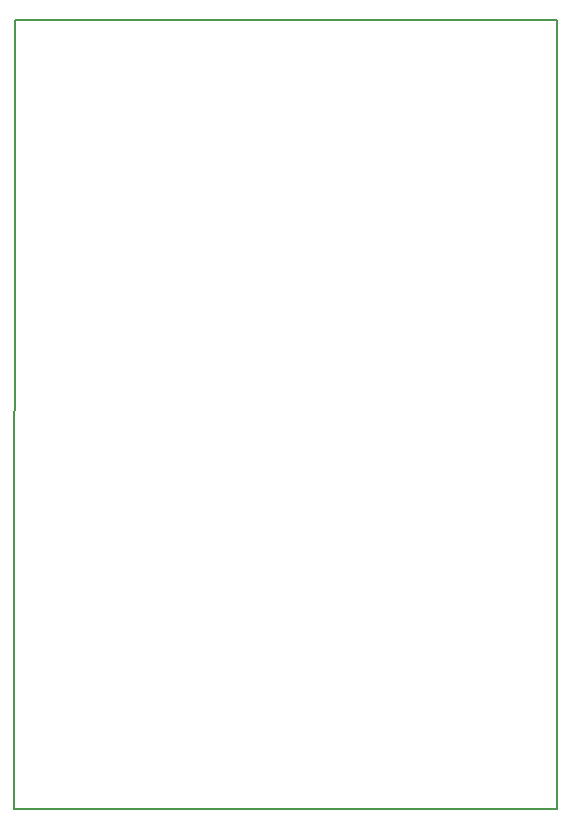
<source format=gbr>
G04 #@! TF.GenerationSoftware,KiCad,Pcbnew,(5.1.5-0-10_14)*
G04 #@! TF.CreationDate,2020-02-27T20:03:29-05:00*
G04 #@! TF.ProjectId,led_level_pcb,6c65645f-6c65-4766-956c-5f7063622e6b,rev?*
G04 #@! TF.SameCoordinates,Original*
G04 #@! TF.FileFunction,Profile,NP*
%FSLAX46Y46*%
G04 Gerber Fmt 4.6, Leading zero omitted, Abs format (unit mm)*
G04 Created by KiCad (PCBNEW (5.1.5-0-10_14)) date 2020-02-27 20:03:29*
%MOMM*%
%LPD*%
G04 APERTURE LIST*
%ADD10C,0.150000*%
G04 APERTURE END LIST*
D10*
X180403500Y-22733000D02*
X226250500Y-22733000D01*
X180340000Y-89535000D02*
X180403500Y-22733000D01*
X226250500Y-89535000D02*
X180340000Y-89535000D01*
X226250500Y-22733000D02*
X226250500Y-89535000D01*
M02*

</source>
